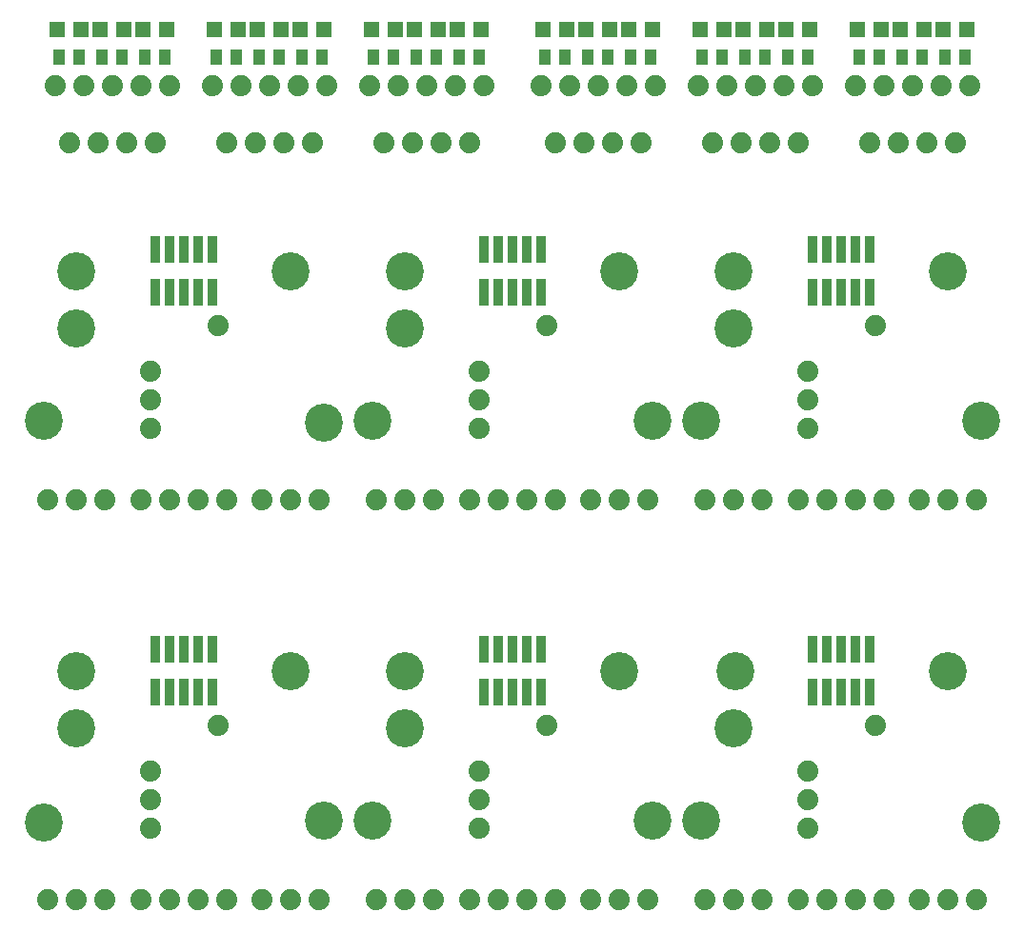
<source format=gbr>
G04 EAGLE Gerber X2 export*
%TF.Part,Single*%
%TF.FileFunction,Soldermask,Bot,1*%
%TF.FilePolarity,Negative*%
%TF.GenerationSoftware,Autodesk,EAGLE,9.1.3*%
%TF.CreationDate,2018-11-04T16:40:41Z*%
G75*
%MOIN*%
%FSLAX34Y34*%
%LPD*%
%AMOC8*
5,1,8,0,0,1.08239X$1,22.5*%
G01*
%ADD10C,0.133000*%
%ADD11R,0.038000X0.098000*%
%ADD12C,0.074000*%
%ADD13R,0.055244X0.055244*%
%ADD14R,0.039496X0.055244*%


D10*
X1750Y25000D03*
X9250Y25000D03*
X1750Y23000D03*
X13250Y25000D03*
X13250Y23000D03*
X12100Y19750D03*
X10400Y19700D03*
X600Y19750D03*
X20750Y25000D03*
X24750Y25000D03*
X24750Y23000D03*
X32250Y25000D03*
X33400Y19750D03*
X23600Y19750D03*
X21900Y19750D03*
X1750Y11000D03*
X1750Y9000D03*
X9250Y11000D03*
X13250Y11000D03*
X13250Y9000D03*
X20750Y11000D03*
X24800Y11000D03*
X24750Y9000D03*
X21900Y5750D03*
X23600Y5750D03*
X32250Y11000D03*
X33400Y5700D03*
X12100Y5750D03*
X10400Y5750D03*
X600Y5700D03*
D11*
X4500Y10250D03*
X4500Y11750D03*
X5000Y10250D03*
X5000Y11750D03*
X5500Y10250D03*
X5500Y11750D03*
X6000Y10250D03*
X6000Y11750D03*
X6500Y10250D03*
X6500Y11750D03*
D12*
X4350Y7500D03*
X4350Y6500D03*
X4350Y5500D03*
X8250Y3000D03*
X9250Y3000D03*
X10250Y3000D03*
X750Y3000D03*
X1750Y3000D03*
X2750Y3000D03*
X4000Y3000D03*
X5000Y3000D03*
X6000Y3000D03*
X7000Y3000D03*
X6700Y9100D03*
D11*
X16000Y10250D03*
X16000Y11750D03*
X16500Y10250D03*
X16500Y11750D03*
X17000Y10250D03*
X17000Y11750D03*
X17500Y10250D03*
X17500Y11750D03*
X18000Y10250D03*
X18000Y11750D03*
D12*
X15850Y7500D03*
X15850Y6500D03*
X15850Y5500D03*
X19750Y3000D03*
X20750Y3000D03*
X21750Y3000D03*
X12250Y3000D03*
X13250Y3000D03*
X14250Y3000D03*
X15500Y3000D03*
X16500Y3000D03*
X17500Y3000D03*
X18500Y3000D03*
X18200Y9100D03*
D11*
X27500Y10250D03*
X27500Y11750D03*
X28000Y10250D03*
X28000Y11750D03*
X28500Y10250D03*
X28500Y11750D03*
X29000Y10250D03*
X29000Y11750D03*
X29500Y10250D03*
X29500Y11750D03*
D12*
X27350Y7500D03*
X27350Y6500D03*
X27350Y5500D03*
X31250Y3000D03*
X32250Y3000D03*
X33250Y3000D03*
X23750Y3000D03*
X24750Y3000D03*
X25750Y3000D03*
X27000Y3000D03*
X28000Y3000D03*
X29000Y3000D03*
X30000Y3000D03*
X29700Y9100D03*
D11*
X4500Y24250D03*
X4500Y25750D03*
X5000Y24250D03*
X5000Y25750D03*
X5500Y24250D03*
X5500Y25750D03*
X6000Y24250D03*
X6000Y25750D03*
X6500Y24250D03*
X6500Y25750D03*
D12*
X4350Y21500D03*
X4350Y20500D03*
X4350Y19500D03*
X8250Y17000D03*
X9250Y17000D03*
X10250Y17000D03*
X750Y17000D03*
X1750Y17000D03*
X2750Y17000D03*
X4000Y17000D03*
X5000Y17000D03*
X6000Y17000D03*
X7000Y17000D03*
X6700Y23100D03*
D11*
X16000Y24250D03*
X16000Y25750D03*
X16500Y24250D03*
X16500Y25750D03*
X17000Y24250D03*
X17000Y25750D03*
X17500Y24250D03*
X17500Y25750D03*
X18000Y24250D03*
X18000Y25750D03*
D12*
X15850Y21500D03*
X15850Y20500D03*
X15850Y19500D03*
X19750Y17000D03*
X20750Y17000D03*
X21750Y17000D03*
X12250Y17000D03*
X13250Y17000D03*
X14250Y17000D03*
X15500Y17000D03*
X16500Y17000D03*
X17500Y17000D03*
X18500Y17000D03*
X18200Y23100D03*
D11*
X27500Y24250D03*
X27500Y25750D03*
X28000Y24250D03*
X28000Y25750D03*
X28500Y24250D03*
X28500Y25750D03*
X29000Y24250D03*
X29000Y25750D03*
X29500Y24250D03*
X29500Y25750D03*
D12*
X27350Y21500D03*
X27350Y20500D03*
X27350Y19500D03*
X31250Y17000D03*
X32250Y17000D03*
X33250Y17000D03*
X23750Y17000D03*
X24750Y17000D03*
X25750Y17000D03*
X27000Y17000D03*
X28000Y17000D03*
X29000Y17000D03*
X30000Y17000D03*
X29700Y23100D03*
X1000Y31500D03*
X2000Y31500D03*
X3000Y31500D03*
X4000Y31500D03*
X5000Y31500D03*
X4500Y29500D03*
X3500Y29500D03*
X2500Y29500D03*
X1500Y29500D03*
D13*
X3413Y33450D03*
X2587Y33450D03*
X1913Y33450D03*
X1087Y33450D03*
X4913Y33450D03*
X4087Y33450D03*
D14*
X3354Y32500D03*
X2646Y32500D03*
X1146Y32500D03*
X1854Y32500D03*
X4146Y32500D03*
X4854Y32500D03*
D12*
X6500Y31500D03*
X7500Y31500D03*
X8500Y31500D03*
X9500Y31500D03*
X10500Y31500D03*
X10000Y29500D03*
X9000Y29500D03*
X8000Y29500D03*
X7000Y29500D03*
D13*
X8913Y33450D03*
X8087Y33450D03*
X7413Y33450D03*
X6587Y33450D03*
X10413Y33450D03*
X9587Y33450D03*
D14*
X8854Y32500D03*
X8146Y32500D03*
X6646Y32500D03*
X7354Y32500D03*
X9646Y32500D03*
X10354Y32500D03*
D12*
X12000Y31500D03*
X13000Y31500D03*
X14000Y31500D03*
X15000Y31500D03*
X16000Y31500D03*
X15500Y29500D03*
X14500Y29500D03*
X13500Y29500D03*
X12500Y29500D03*
D13*
X14413Y33450D03*
X13587Y33450D03*
X12913Y33450D03*
X12087Y33450D03*
X15913Y33450D03*
X15087Y33450D03*
D14*
X14354Y32500D03*
X13646Y32500D03*
X12146Y32500D03*
X12854Y32500D03*
X15146Y32500D03*
X15854Y32500D03*
D12*
X18000Y31500D03*
X19000Y31500D03*
X20000Y31500D03*
X21000Y31500D03*
X22000Y31500D03*
X21500Y29500D03*
X20500Y29500D03*
X19500Y29500D03*
X18500Y29500D03*
D13*
X20413Y33450D03*
X19587Y33450D03*
X18913Y33450D03*
X18087Y33450D03*
X21913Y33450D03*
X21087Y33450D03*
D14*
X20354Y32500D03*
X19646Y32500D03*
X18146Y32500D03*
X18854Y32500D03*
X21146Y32500D03*
X21854Y32500D03*
D12*
X23500Y31500D03*
X24500Y31500D03*
X25500Y31500D03*
X26500Y31500D03*
X27500Y31500D03*
X27000Y29500D03*
X26000Y29500D03*
X25000Y29500D03*
X24000Y29500D03*
D13*
X25913Y33450D03*
X25087Y33450D03*
X24413Y33450D03*
X23587Y33450D03*
X27413Y33450D03*
X26587Y33450D03*
D14*
X25854Y32500D03*
X25146Y32500D03*
X23646Y32500D03*
X24354Y32500D03*
X26646Y32500D03*
X27354Y32500D03*
D12*
X29000Y31500D03*
X30000Y31500D03*
X31000Y31500D03*
X32000Y31500D03*
X33000Y31500D03*
X32500Y29500D03*
X31500Y29500D03*
X30500Y29500D03*
X29500Y29500D03*
D13*
X31413Y33450D03*
X30587Y33450D03*
X29913Y33450D03*
X29087Y33450D03*
X32913Y33450D03*
X32087Y33450D03*
D14*
X31354Y32500D03*
X30646Y32500D03*
X29146Y32500D03*
X29854Y32500D03*
X32146Y32500D03*
X32854Y32500D03*
M02*

</source>
